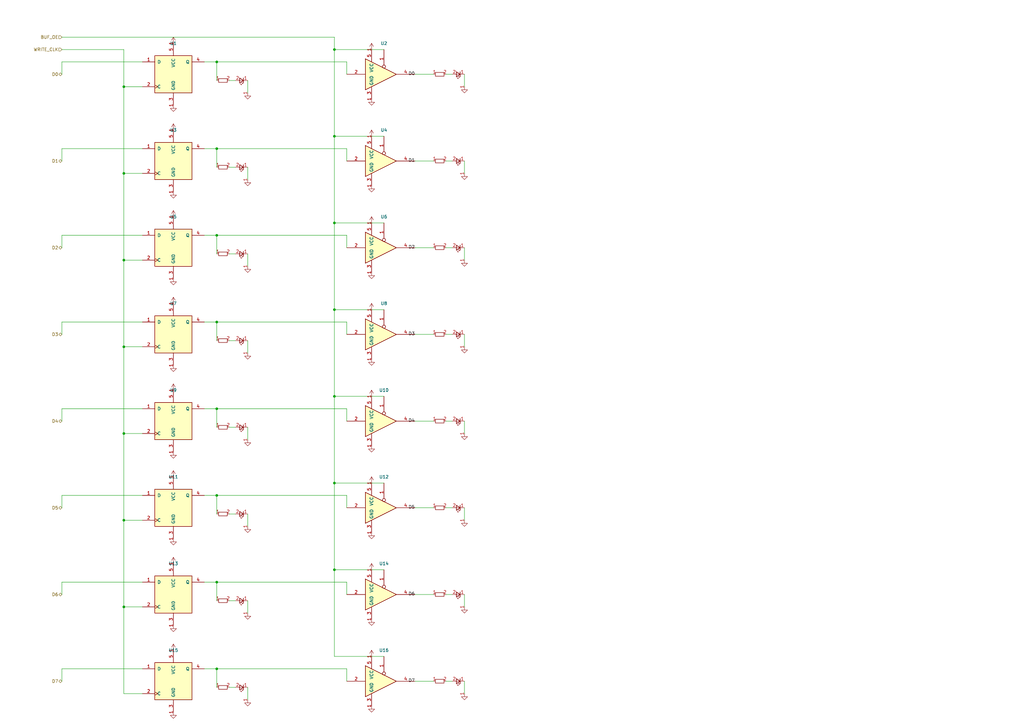
<source format=kicad_sch>
(kicad_sch (version 20250114) (generator eeschema)
  (paper "A3")
  (junction (at 88.9 25.4))
  (junction (at 88.9 60.96))
  (junction (at 88.9 96.52))
  (junction (at 88.9 132.08))
  (junction (at 88.9 167.64))
  (junction (at 88.9 203.2))
  (junction (at 88.9 238.76))
  (junction (at 88.9 274.32))
  (junction (at 50.8 35.56))
  (junction (at 50.8 71.12))
  (junction (at 50.8 106.68))
  (junction (at 50.8 142.24))
  (junction (at 50.8 177.8))
  (junction (at 50.8 213.36))
  (junction (at 50.8 248.92))
  (junction (at 137.16 20.32))
  (junction (at 137.16 55.88))
  (junction (at 137.16 91.44))
  (junction (at 137.16 127.0))
  (junction (at 137.16 162.56))
  (junction (at 137.16 198.12))
  (junction (at 137.16 233.68))
  (wire (pts (xy 25.4 20.32) (xy 50.8 20.32)) (stroke (width 0.0)))
  (wire (pts (xy 25.4 15.24) (xy 137.16 15.24)) (stroke (width 0.0)))
  (wire (pts (xy 25.4 30.48) (xy 25.4 25.4)) (stroke (width 0.0)))
  (wire (pts (xy 25.4 25.4) (xy 58.42 25.4)) (stroke (width 0.0)))
  (wire (pts (xy 50.8 35.56) (xy 58.42 35.56)) (stroke (width 0.0)))
  (wire (pts (xy 83.82 25.4) (xy 88.9 25.4)) (stroke (width 0.0)))
  (wire (pts (xy 88.9 25.4) (xy 142.24 25.4)) (stroke (width 0.0)))
  (wire (pts (xy 142.24 25.4) (xy 142.24 30.48)) (stroke (width 0.0)))
  (wire (pts (xy 93.98 33.02) (xy 96.52 33.02)) (stroke (width 0.0)))
  (wire (pts (xy 101.6 33.02) (xy 101.6 38.1)) (stroke (width 0.0)))
  (wire (pts (xy 88.9 25.4) (xy 88.9 33.02)) (stroke (width 0.0)))
  (wire (pts (xy 137.16 20.32) (xy 157.48 20.32)) (stroke (width 0.0)))
  (wire (pts (xy 182.88 30.48) (xy 185.42 30.48)) (stroke (width 0.0)))
  (wire (pts (xy 190.5 30.48) (xy 190.5 35.56)) (stroke (width 0.0)))
  (wire (pts (xy 170.18 30.48) (xy 177.8 30.48)) (stroke (width 0.0)))
  (wire (pts (xy 25.4 66.04) (xy 25.4 60.96)) (stroke (width 0.0)))
  (wire (pts (xy 25.4 60.96) (xy 58.42 60.96)) (stroke (width 0.0)))
  (wire (pts (xy 50.8 71.12) (xy 58.42 71.12)) (stroke (width 0.0)))
  (wire (pts (xy 83.82 60.96) (xy 88.9 60.96)) (stroke (width 0.0)))
  (wire (pts (xy 88.9 60.96) (xy 142.24 60.96)) (stroke (width 0.0)))
  (wire (pts (xy 142.24 60.96) (xy 142.24 66.04)) (stroke (width 0.0)))
  (wire (pts (xy 93.98 68.58) (xy 96.52 68.58)) (stroke (width 0.0)))
  (wire (pts (xy 101.6 68.58) (xy 101.6 73.66)) (stroke (width 0.0)))
  (wire (pts (xy 88.9 60.96) (xy 88.9 68.58)) (stroke (width 0.0)))
  (wire (pts (xy 137.16 55.88) (xy 157.48 55.88)) (stroke (width 0.0)))
  (wire (pts (xy 182.88 66.04) (xy 185.42 66.04)) (stroke (width 0.0)))
  (wire (pts (xy 190.5 66.04) (xy 190.5 71.12)) (stroke (width 0.0)))
  (wire (pts (xy 170.18 66.04) (xy 177.8 66.04)) (stroke (width 0.0)))
  (wire (pts (xy 25.4 101.6) (xy 25.4 96.52)) (stroke (width 0.0)))
  (wire (pts (xy 25.4 96.52) (xy 58.42 96.52)) (stroke (width 0.0)))
  (wire (pts (xy 50.8 106.68) (xy 58.42 106.68)) (stroke (width 0.0)))
  (wire (pts (xy 83.82 96.52) (xy 88.9 96.52)) (stroke (width 0.0)))
  (wire (pts (xy 88.9 96.52) (xy 142.24 96.52)) (stroke (width 0.0)))
  (wire (pts (xy 142.24 96.52) (xy 142.24 101.6)) (stroke (width 0.0)))
  (wire (pts (xy 93.98 104.14) (xy 96.52 104.14)) (stroke (width 0.0)))
  (wire (pts (xy 101.6 104.14) (xy 101.6 109.22)) (stroke (width 0.0)))
  (wire (pts (xy 88.9 96.52) (xy 88.9 104.14)) (stroke (width 0.0)))
  (wire (pts (xy 137.16 91.44) (xy 157.48 91.44)) (stroke (width 0.0)))
  (wire (pts (xy 182.88 101.6) (xy 185.42 101.6)) (stroke (width 0.0)))
  (wire (pts (xy 190.5 101.6) (xy 190.5 106.68)) (stroke (width 0.0)))
  (wire (pts (xy 170.18 101.6) (xy 177.8 101.6)) (stroke (width 0.0)))
  (wire (pts (xy 25.4 137.16) (xy 25.4 132.08)) (stroke (width 0.0)))
  (wire (pts (xy 25.4 132.08) (xy 58.42 132.08)) (stroke (width 0.0)))
  (wire (pts (xy 50.8 142.24) (xy 58.42 142.24)) (stroke (width 0.0)))
  (wire (pts (xy 83.82 132.08) (xy 88.9 132.08)) (stroke (width 0.0)))
  (wire (pts (xy 88.9 132.08) (xy 142.24 132.08)) (stroke (width 0.0)))
  (wire (pts (xy 142.24 132.08) (xy 142.24 137.16)) (stroke (width 0.0)))
  (wire (pts (xy 93.98 139.7) (xy 96.52 139.7)) (stroke (width 0.0)))
  (wire (pts (xy 101.6 139.7) (xy 101.6 144.78)) (stroke (width 0.0)))
  (wire (pts (xy 88.9 132.08) (xy 88.9 139.7)) (stroke (width 0.0)))
  (wire (pts (xy 137.16 127.0) (xy 157.48 127.0)) (stroke (width 0.0)))
  (wire (pts (xy 182.88 137.16) (xy 185.42 137.16)) (stroke (width 0.0)))
  (wire (pts (xy 190.5 137.16) (xy 190.5 142.24)) (stroke (width 0.0)))
  (wire (pts (xy 170.18 137.16) (xy 177.8 137.16)) (stroke (width 0.0)))
  (wire (pts (xy 25.4 172.72) (xy 25.4 167.64)) (stroke (width 0.0)))
  (wire (pts (xy 25.4 167.64) (xy 58.42 167.64)) (stroke (width 0.0)))
  (wire (pts (xy 50.8 177.8) (xy 58.42 177.8)) (stroke (width 0.0)))
  (wire (pts (xy 83.82 167.64) (xy 88.9 167.64)) (stroke (width 0.0)))
  (wire (pts (xy 88.9 167.64) (xy 142.24 167.64)) (stroke (width 0.0)))
  (wire (pts (xy 142.24 167.64) (xy 142.24 172.72)) (stroke (width 0.0)))
  (wire (pts (xy 93.98 175.26) (xy 96.52 175.26)) (stroke (width 0.0)))
  (wire (pts (xy 101.6 175.26) (xy 101.6 180.34)) (stroke (width 0.0)))
  (wire (pts (xy 88.9 167.64) (xy 88.9 175.26)) (stroke (width 0.0)))
  (wire (pts (xy 137.16 162.56) (xy 157.48 162.56)) (stroke (width 0.0)))
  (wire (pts (xy 182.88 172.72) (xy 185.42 172.72)) (stroke (width 0.0)))
  (wire (pts (xy 190.5 172.72) (xy 190.5 177.8)) (stroke (width 0.0)))
  (wire (pts (xy 170.18 172.72) (xy 177.8 172.72)) (stroke (width 0.0)))
  (wire (pts (xy 25.4 208.28) (xy 25.4 203.2)) (stroke (width 0.0)))
  (wire (pts (xy 25.4 203.2) (xy 58.42 203.2)) (stroke (width 0.0)))
  (wire (pts (xy 50.8 213.36) (xy 58.42 213.36)) (stroke (width 0.0)))
  (wire (pts (xy 83.82 203.2) (xy 88.9 203.2)) (stroke (width 0.0)))
  (wire (pts (xy 88.9 203.2) (xy 142.24 203.2)) (stroke (width 0.0)))
  (wire (pts (xy 142.24 203.2) (xy 142.24 208.28)) (stroke (width 0.0)))
  (wire (pts (xy 93.98 210.82) (xy 96.52 210.82)) (stroke (width 0.0)))
  (wire (pts (xy 101.6 210.82) (xy 101.6 215.9)) (stroke (width 0.0)))
  (wire (pts (xy 88.9 203.2) (xy 88.9 210.82)) (stroke (width 0.0)))
  (wire (pts (xy 137.16 198.12) (xy 157.48 198.12)) (stroke (width 0.0)))
  (wire (pts (xy 182.88 208.28) (xy 185.42 208.28)) (stroke (width 0.0)))
  (wire (pts (xy 190.5 208.28) (xy 190.5 213.36)) (stroke (width 0.0)))
  (wire (pts (xy 170.18 208.28) (xy 177.8 208.28)) (stroke (width 0.0)))
  (wire (pts (xy 25.4 243.84) (xy 25.4 238.76)) (stroke (width 0.0)))
  (wire (pts (xy 25.4 238.76) (xy 58.42 238.76)) (stroke (width 0.0)))
  (wire (pts (xy 50.8 248.92) (xy 58.42 248.92)) (stroke (width 0.0)))
  (wire (pts (xy 83.82 238.76) (xy 88.9 238.76)) (stroke (width 0.0)))
  (wire (pts (xy 88.9 238.76) (xy 142.24 238.76)) (stroke (width 0.0)))
  (wire (pts (xy 142.24 238.76) (xy 142.24 243.84)) (stroke (width 0.0)))
  (wire (pts (xy 93.98 246.38) (xy 96.52 246.38)) (stroke (width 0.0)))
  (wire (pts (xy 101.6 246.38) (xy 101.6 251.46)) (stroke (width 0.0)))
  (wire (pts (xy 88.9 238.76) (xy 88.9 246.38)) (stroke (width 0.0)))
  (wire (pts (xy 137.16 233.68) (xy 157.48 233.68)) (stroke (width 0.0)))
  (wire (pts (xy 182.88 243.84) (xy 185.42 243.84)) (stroke (width 0.0)))
  (wire (pts (xy 190.5 243.84) (xy 190.5 248.92)) (stroke (width 0.0)))
  (wire (pts (xy 170.18 243.84) (xy 177.8 243.84)) (stroke (width 0.0)))
  (wire (pts (xy 25.4 279.4) (xy 25.4 274.32)) (stroke (width 0.0)))
  (wire (pts (xy 25.4 274.32) (xy 58.42 274.32)) (stroke (width 0.0)))
  (wire (pts (xy 50.8 284.48) (xy 58.42 284.48)) (stroke (width 0.0)))
  (wire (pts (xy 83.82 274.32) (xy 88.9 274.32)) (stroke (width 0.0)))
  (wire (pts (xy 88.9 274.32) (xy 142.24 274.32)) (stroke (width 0.0)))
  (wire (pts (xy 142.24 274.32) (xy 142.24 279.4)) (stroke (width 0.0)))
  (wire (pts (xy 93.98 281.94) (xy 96.52 281.94)) (stroke (width 0.0)))
  (wire (pts (xy 101.6 281.94) (xy 101.6 287.02)) (stroke (width 0.0)))
  (wire (pts (xy 88.9 274.32) (xy 88.9 281.94)) (stroke (width 0.0)))
  (wire (pts (xy 137.16 269.24) (xy 157.48 269.24)) (stroke (width 0.0)))
  (wire (pts (xy 182.88 279.4) (xy 185.42 279.4)) (stroke (width 0.0)))
  (wire (pts (xy 190.5 279.4) (xy 190.5 284.48)) (stroke (width 0.0)))
  (wire (pts (xy 170.18 279.4) (xy 177.8 279.4)) (stroke (width 0.0)))
  (wire (pts (xy 50.8 20.32) (xy 50.8 35.56)) (stroke (width 0.0)))
  (wire (pts (xy 50.8 35.56) (xy 50.8 71.12)) (stroke (width 0.0)))
  (wire (pts (xy 50.8 71.12) (xy 50.8 106.68)) (stroke (width 0.0)))
  (wire (pts (xy 50.8 106.68) (xy 50.8 142.24)) (stroke (width 0.0)))
  (wire (pts (xy 50.8 142.24) (xy 50.8 177.8)) (stroke (width 0.0)))
  (wire (pts (xy 50.8 177.8) (xy 50.8 213.36)) (stroke (width 0.0)))
  (wire (pts (xy 50.8 213.36) (xy 50.8 248.92)) (stroke (width 0.0)))
  (wire (pts (xy 50.8 248.92) (xy 50.8 284.48)) (stroke (width 0.0)))
  (wire (pts (xy 137.16 15.24) (xy 137.16 20.32)) (stroke (width 0.0)))
  (wire (pts (xy 137.16 20.32) (xy 137.16 55.88)) (stroke (width 0.0)))
  (wire (pts (xy 137.16 55.88) (xy 137.16 91.44)) (stroke (width 0.0)))
  (wire (pts (xy 137.16 91.44) (xy 137.16 127.0)) (stroke (width 0.0)))
  (wire (pts (xy 137.16 127.0) (xy 137.16 162.56)) (stroke (width 0.0)))
  (wire (pts (xy 137.16 162.56) (xy 137.16 198.12)) (stroke (width 0.0)))
  (wire (pts (xy 137.16 198.12) (xy 137.16 233.68)) (stroke (width 0.0)))
  (wire (pts (xy 137.16 233.68) (xy 137.16 269.24)) (stroke (width 0.0)))
  (label "D0" (at 170.18 30.48 0))
  (label "D1" (at 170.18 66.04 0))
  (label "D2" (at 170.18 101.6 0))
  (label "D3" (at 170.18 137.16 0))
  (label "D4" (at 170.18 172.72 0))
  (label "D5" (at 170.18 208.28 0))
  (label "D6" (at 170.18 243.84 0))
  (label "D7" (at 170.18 279.4 0))
  (hierarchical_label "WRITE_CLK" (shape input) (at 25.4 20.32 0))
  (hierarchical_label "BUF_OE" (shape input) (at 25.4 15.24 0))
  (hierarchical_label "D0" (shape bidirectional) (at 25.4 30.48 0))
  (hierarchical_label "D1" (shape bidirectional) (at 25.4 66.04 0))
  (hierarchical_label "D2" (shape bidirectional) (at 25.4 101.6 0))
  (hierarchical_label "D3" (shape bidirectional) (at 25.4 137.16 0))
  (hierarchical_label "D4" (shape bidirectional) (at 25.4 172.72 0))
  (hierarchical_label "D5" (shape bidirectional) (at 25.4 208.28 0))
  (hierarchical_label "D6" (shape bidirectional) (at 25.4 243.84 0))
  (hierarchical_label "D7" (shape bidirectional) (at 25.4 279.4 0))
  (symbol (lib_id "74xGxx:74LVC1G79") (at 71.12 30.48 0) (unit 1)
    (property "Reference" "U1" (at 71.12 17.78 0))
    (property "Value" "74LVC1G79" (effects hide))
    (property "Datasheet" "http://www.ti.com/lit/sg/scyt129e/scyt129e.pdf" (effects hide))
    (instances (project "ram" (path "" (reference "U1") (unit 1)) (path "" (reference "U34") (unit 1)) (path "" (reference "U35") (unit 1)) (path "" (reference "U36") (unit 1)) (path "" (reference "U37") (unit 1)) (path "" (reference "U38") (unit 1)) (path "" (reference "U39") (unit 1)) (path "" (reference "U40") (unit 1)) (path "" (reference "U41") (unit 1))))
  )
  (symbol (lib_id "power:VCC") (at 71.12 17.78 0) (unit 1)
    (property "Reference" "#PWR1" (effects hide))
    (property "Value" "VCC" (effects hide))
    (instances (project "ram" (path "" (reference "#PWR1") (unit 1)) (path "" (reference "#PWR116") (unit 1)) (path "" (reference "#PWR117") (unit 1)) (path "" (reference "#PWR118") (unit 1)) (path "" (reference "#PWR119") (unit 1)) (path "" (reference "#PWR120") (unit 1)) (path "" (reference "#PWR121") (unit 1)) (path "" (reference "#PWR122") (unit 1)) (path "" (reference "#PWR123") (unit 1))))
  )
  (symbol (lib_id "power:GND") (at 71.12 43.18 0) (unit 1)
    (property "Reference" "#PWR2" (effects hide))
    (property "Value" "GND" (effects hide))
    (instances (project "ram" (path "" (reference "#PWR2") (unit 1)) (path "" (reference "#PWR124") (unit 1)) (path "" (reference "#PWR125") (unit 1)) (path "" (reference "#PWR126") (unit 1)) (path "" (reference "#PWR127") (unit 1)) (path "" (reference "#PWR128") (unit 1)) (path "" (reference "#PWR129") (unit 1)) (path "" (reference "#PWR130") (unit 1)) (path "" (reference "#PWR131") (unit 1))))
  )
  (symbol (lib_id "74xGxx:74LVC1G125") (at 157.48 30.48 0) (unit 1)
    (property "Reference" "U2" (at 157.48 17.78 0))
    (property "Value" "74LVC1G125" (effects hide))
    (property "Datasheet" "https://www.ti.com/lit/ds/symlink/sn74lvc1g125.pdf" (effects hide))
    (instances (project "ram" (path "" (reference "U2") (unit 1)) (path "" (reference "U42") (unit 1)) (path "" (reference "U43") (unit 1)) (path "" (reference "U44") (unit 1)) (path "" (reference "U45") (unit 1)) (path "" (reference "U46") (unit 1)) (path "" (reference "U47") (unit 1)) (path "" (reference "U48") (unit 1)) (path "" (reference "U49") (unit 1))))
  )
  (symbol (lib_id "power:VCC") (at 152.4 20.32 0) (unit 1)
    (property "Reference" "#PWR3" (effects hide))
    (property "Value" "VCC" (effects hide))
    (instances (project "ram" (path "" (reference "#PWR3") (unit 1)) (path "" (reference "#PWR132") (unit 1)) (path "" (reference "#PWR133") (unit 1)) (path "" (reference "#PWR134") (unit 1)) (path "" (reference "#PWR135") (unit 1)) (path "" (reference "#PWR136") (unit 1)) (path "" (reference "#PWR137") (unit 1)) (path "" (reference "#PWR138") (unit 1)) (path "" (reference "#PWR139") (unit 1))))
  )
  (symbol (lib_id "power:GND") (at 152.4 40.64 0) (unit 1)
    (property "Reference" "#PWR4" (effects hide))
    (property "Value" "GND" (effects hide))
    (instances (project "ram" (path "" (reference "#PWR4") (unit 1)) (path "" (reference "#PWR140") (unit 1)) (path "" (reference "#PWR141") (unit 1)) (path "" (reference "#PWR142") (unit 1)) (path "" (reference "#PWR143") (unit 1)) (path "" (reference "#PWR144") (unit 1)) (path "" (reference "#PWR145") (unit 1)) (path "" (reference "#PWR146") (unit 1)) (path "" (reference "#PWR147") (unit 1))))
  )
  (symbol (lib_id "Device:R_Small") (at 91.44 33.02 90) (unit 1)
    (property "Reference" "R1" (effects hide))
    (property "Value" "680R" (effects hide))
    (instances (project "ram" (path "" (reference "R1") (unit 1)) (path "" (reference "R48") (unit 1)) (path "" (reference "R49") (unit 1)) (path "" (reference "R50") (unit 1)) (path "" (reference "R51") (unit 1)) (path "" (reference "R52") (unit 1)) (path "" (reference "R53") (unit 1)) (path "" (reference "R54") (unit 1)) (path "" (reference "R55") (unit 1))))
  )
  (symbol (lib_id "Device:LED_Small") (at 99.06 33.02 180) (unit 1)
    (property "Reference" "D1" (effects hide))
    (property "Value" "Red" (effects hide))
    (instances (project "ram" (path "" (reference "D1") (unit 1)) (path "" (reference "D48") (unit 1)) (path "" (reference "D49") (unit 1)) (path "" (reference "D50") (unit 1)) (path "" (reference "D51") (unit 1)) (path "" (reference "D52") (unit 1)) (path "" (reference "D53") (unit 1)) (path "" (reference "D54") (unit 1)) (path "" (reference "D55") (unit 1))))
  )
  (symbol (lib_id "power:GND") (at 101.6 38.1 0) (unit 1)
    (property "Reference" "#PWR5" (effects hide))
    (property "Value" "GND" (effects hide))
    (instances (project "ram" (path "" (reference "#PWR5") (unit 1)) (path "" (reference "#PWR148") (unit 1)) (path "" (reference "#PWR149") (unit 1)) (path "" (reference "#PWR150") (unit 1)) (path "" (reference "#PWR151") (unit 1)) (path "" (reference "#PWR152") (unit 1)) (path "" (reference "#PWR153") (unit 1)) (path "" (reference "#PWR154") (unit 1)) (path "" (reference "#PWR155") (unit 1))))
  )
  (symbol (lib_id "Device:R_Small") (at 180.34 30.48 90) (unit 1)
    (property "Reference" "R2" (effects hide))
    (property "Value" "680R" (effects hide))
    (instances (project "ram" (path "" (reference "R2") (unit 1)) (path "" (reference "R56") (unit 1)) (path "" (reference "R57") (unit 1)) (path "" (reference "R58") (unit 1)) (path "" (reference "R59") (unit 1)) (path "" (reference "R60") (unit 1)) (path "" (reference "R61") (unit 1)) (path "" (reference "R62") (unit 1)) (path "" (reference "R63") (unit 1))))
  )
  (symbol (lib_id "Device:LED_Small") (at 187.96 30.48 180) (unit 1)
    (property "Reference" "D2" (effects hide))
    (property "Value" "Red" (effects hide))
    (instances (project "ram" (path "" (reference "D2") (unit 1)) (path "" (reference "D56") (unit 1)) (path "" (reference "D57") (unit 1)) (path "" (reference "D58") (unit 1)) (path "" (reference "D59") (unit 1)) (path "" (reference "D60") (unit 1)) (path "" (reference "D61") (unit 1)) (path "" (reference "D62") (unit 1)) (path "" (reference "D63") (unit 1))))
  )
  (symbol (lib_id "power:GND") (at 190.5 35.56 0) (unit 1)
    (property "Reference" "#PWR6" (effects hide))
    (property "Value" "GND" (effects hide))
    (instances (project "ram" (path "" (reference "#PWR6") (unit 1)) (path "" (reference "#PWR156") (unit 1)) (path "" (reference "#PWR157") (unit 1)) (path "" (reference "#PWR158") (unit 1)) (path "" (reference "#PWR159") (unit 1)) (path "" (reference "#PWR160") (unit 1)) (path "" (reference "#PWR161") (unit 1)) (path "" (reference "#PWR162") (unit 1)) (path "" (reference "#PWR163") (unit 1))))
  )
  (symbol (lib_id "74xGxx:74LVC1G79") (at 71.12 66.04 0) (unit 1)
    (property "Reference" "U3" (at 71.12 53.34 0))
    (property "Value" "74LVC1G79" (effects hide))
    (property "Datasheet" "http://www.ti.com/lit/sg/scyt129e/scyt129e.pdf" (effects hide))
    (instances (project "ram" (path "" (reference "U3") (unit 1)) (path "" (reference "U50") (unit 1)) (path "" (reference "U51") (unit 1)) (path "" (reference "U52") (unit 1)) (path "" (reference "U53") (unit 1)) (path "" (reference "U54") (unit 1)) (path "" (reference "U55") (unit 1)) (path "" (reference "U56") (unit 1)) (path "" (reference "U57") (unit 1))))
  )
  (symbol (lib_id "power:VCC") (at 71.12 53.34 0) (unit 1)
    (property "Reference" "#PWR7" (effects hide))
    (property "Value" "VCC" (effects hide))
    (instances (project "ram" (path "" (reference "#PWR7") (unit 1)) (path "" (reference "#PWR164") (unit 1)) (path "" (reference "#PWR165") (unit 1)) (path "" (reference "#PWR166") (unit 1)) (path "" (reference "#PWR167") (unit 1)) (path "" (reference "#PWR168") (unit 1)) (path "" (reference "#PWR169") (unit 1)) (path "" (reference "#PWR170") (unit 1)) (path "" (reference "#PWR171") (unit 1))))
  )
  (symbol (lib_id "power:GND") (at 71.12 78.74 0) (unit 1)
    (property "Reference" "#PWR8" (effects hide))
    (property "Value" "GND" (effects hide))
    (instances (project "ram" (path "" (reference "#PWR8") (unit 1)) (path "" (reference "#PWR172") (unit 1)) (path "" (reference "#PWR173") (unit 1)) (path "" (reference "#PWR174") (unit 1)) (path "" (reference "#PWR175") (unit 1)) (path "" (reference "#PWR176") (unit 1)) (path "" (reference "#PWR177") (unit 1)) (path "" (reference "#PWR178") (unit 1)) (path "" (reference "#PWR179") (unit 1))))
  )
  (symbol (lib_id "74xGxx:74LVC1G125") (at 157.48 66.04 0) (unit 1)
    (property "Reference" "U4" (at 157.48 53.34 0))
    (property "Value" "74LVC1G125" (effects hide))
    (property "Datasheet" "https://www.ti.com/lit/ds/symlink/sn74lvc1g125.pdf" (effects hide))
    (instances (project "ram" (path "" (reference "U4") (unit 1)) (path "" (reference "U58") (unit 1)) (path "" (reference "U59") (unit 1)) (path "" (reference "U60") (unit 1)) (path "" (reference "U61") (unit 1)) (path "" (reference "U62") (unit 1)) (path "" (reference "U63") (unit 1)) (path "" (reference "U64") (unit 1)) (path "" (reference "U65") (unit 1))))
  )
  (symbol (lib_id "power:VCC") (at 152.4 55.88 0) (unit 1)
    (property "Reference" "#PWR9" (effects hide))
    (property "Value" "VCC" (effects hide))
    (instances (project "ram" (path "" (reference "#PWR9") (unit 1)) (path "" (reference "#PWR180") (unit 1)) (path "" (reference "#PWR181") (unit 1)) (path "" (reference "#PWR182") (unit 1)) (path "" (reference "#PWR183") (unit 1)) (path "" (reference "#PWR184") (unit 1)) (path "" (reference "#PWR185") (unit 1)) (path "" (reference "#PWR186") (unit 1)) (path "" (reference "#PWR187") (unit 1))))
  )
  (symbol (lib_id "power:GND") (at 152.4 76.2 0) (unit 1)
    (property "Reference" "#PWR10" (effects hide))
    (property "Value" "GND" (effects hide))
    (instances (project "ram" (path "" (reference "#PWR10") (unit 1)) (path "" (reference "#PWR188") (unit 1)) (path "" (reference "#PWR189") (unit 1)) (path "" (reference "#PWR190") (unit 1)) (path "" (reference "#PWR191") (unit 1)) (path "" (reference "#PWR192") (unit 1)) (path "" (reference "#PWR193") (unit 1)) (path "" (reference "#PWR194") (unit 1)) (path "" (reference "#PWR195") (unit 1))))
  )
  (symbol (lib_id "Device:R_Small") (at 91.44 68.58 90) (unit 1)
    (property "Reference" "R3" (effects hide))
    (property "Value" "680R" (effects hide))
    (instances (project "ram" (path "" (reference "R3") (unit 1)) (path "" (reference "R64") (unit 1)) (path "" (reference "R65") (unit 1)) (path "" (reference "R66") (unit 1)) (path "" (reference "R67") (unit 1)) (path "" (reference "R68") (unit 1)) (path "" (reference "R69") (unit 1)) (path "" (reference "R70") (unit 1)) (path "" (reference "R71") (unit 1))))
  )
  (symbol (lib_id "Device:LED_Small") (at 99.06 68.58 180) (unit 1)
    (property "Reference" "D3" (effects hide))
    (property "Value" "Red" (effects hide))
    (instances (project "ram" (path "" (reference "D3") (unit 1)) (path "" (reference "D64") (unit 1)) (path "" (reference "D65") (unit 1)) (path "" (reference "D66") (unit 1)) (path "" (reference "D67") (unit 1)) (path "" (reference "D68") (unit 1)) (path "" (reference "D69") (unit 1)) (path "" (reference "D70") (unit 1)) (path "" (reference "D71") (unit 1))))
  )
  (symbol (lib_id "power:GND") (at 101.6 73.66 0) (unit 1)
    (property "Reference" "#PWR11" (effects hide))
    (property "Value" "GND" (effects hide))
    (instances (project "ram" (path "" (reference "#PWR11") (unit 1)) (path "" (reference "#PWR196") (unit 1)) (path "" (reference "#PWR197") (unit 1)) (path "" (reference "#PWR198") (unit 1)) (path "" (reference "#PWR199") (unit 1)) (path "" (reference "#PWR200") (unit 1)) (path "" (reference "#PWR201") (unit 1)) (path "" (reference "#PWR202") (unit 1)) (path "" (reference "#PWR203") (unit 1))))
  )
  (symbol (lib_id "Device:R_Small") (at 180.34 66.04 90) (unit 1)
    (property "Reference" "R4" (effects hide))
    (property "Value" "680R" (effects hide))
    (instances (project "ram" (path "" (reference "R4") (unit 1)) (path "" (reference "R72") (unit 1)) (path "" (reference "R73") (unit 1)) (path "" (reference "R74") (unit 1)) (path "" (reference "R75") (unit 1)) (path "" (reference "R76") (unit 1)) (path "" (reference "R77") (unit 1)) (path "" (reference "R78") (unit 1)) (path "" (reference "R79") (unit 1))))
  )
  (symbol (lib_id "Device:LED_Small") (at 187.96 66.04 180) (unit 1)
    (property "Reference" "D4" (effects hide))
    (property "Value" "Red" (effects hide))
    (instances (project "ram" (path "" (reference "D4") (unit 1)) (path "" (reference "D72") (unit 1)) (path "" (reference "D73") (unit 1)) (path "" (reference "D74") (unit 1)) (path "" (reference "D75") (unit 1)) (path "" (reference "D76") (unit 1)) (path "" (reference "D77") (unit 1)) (path "" (reference "D78") (unit 1)) (path "" (reference "D79") (unit 1))))
  )
  (symbol (lib_id "power:GND") (at 190.5 71.12 0) (unit 1)
    (property "Reference" "#PWR12" (effects hide))
    (property "Value" "GND" (effects hide))
    (instances (project "ram" (path "" (reference "#PWR12") (unit 1)) (path "" (reference "#PWR204") (unit 1)) (path "" (reference "#PWR205") (unit 1)) (path "" (reference "#PWR206") (unit 1)) (path "" (reference "#PWR207") (unit 1)) (path "" (reference "#PWR208") (unit 1)) (path "" (reference "#PWR209") (unit 1)) (path "" (reference "#PWR210") (unit 1)) (path "" (reference "#PWR211") (unit 1))))
  )
  (symbol (lib_id "74xGxx:74LVC1G79") (at 71.12 101.6 0) (unit 1)
    (property "Reference" "U5" (at 71.12 88.89999999999999 0))
    (property "Value" "74LVC1G79" (effects hide))
    (property "Datasheet" "http://www.ti.com/lit/sg/scyt129e/scyt129e.pdf" (effects hide))
    (instances (project "ram" (path "" (reference "U5") (unit 1)) (path "" (reference "U66") (unit 1)) (path "" (reference "U67") (unit 1)) (path "" (reference "U68") (unit 1)) (path "" (reference "U69") (unit 1)) (path "" (reference "U70") (unit 1)) (path "" (reference "U71") (unit 1)) (path "" (reference "U72") (unit 1)) (path "" (reference "U73") (unit 1))))
  )
  (symbol (lib_id "power:VCC") (at 71.12 88.9 0) (unit 1)
    (property "Reference" "#PWR13" (effects hide))
    (property "Value" "VCC" (effects hide))
    (instances (project "ram" (path "" (reference "#PWR13") (unit 1)) (path "" (reference "#PWR212") (unit 1)) (path "" (reference "#PWR213") (unit 1)) (path "" (reference "#PWR214") (unit 1)) (path "" (reference "#PWR215") (unit 1)) (path "" (reference "#PWR216") (unit 1)) (path "" (reference "#PWR217") (unit 1)) (path "" (reference "#PWR218") (unit 1)) (path "" (reference "#PWR219") (unit 1))))
  )
  (symbol (lib_id "power:GND") (at 71.12 114.3 0) (unit 1)
    (property "Reference" "#PWR14" (effects hide))
    (property "Value" "GND" (effects hide))
    (instances (project "ram" (path "" (reference "#PWR14") (unit 1)) (path "" (reference "#PWR220") (unit 1)) (path "" (reference "#PWR221") (unit 1)) (path "" (reference "#PWR222") (unit 1)) (path "" (reference "#PWR223") (unit 1)) (path "" (reference "#PWR224") (unit 1)) (path "" (reference "#PWR225") (unit 1)) (path "" (reference "#PWR226") (unit 1)) (path "" (reference "#PWR227") (unit 1))))
  )
  (symbol (lib_id "74xGxx:74LVC1G125") (at 157.48 101.6 0) (unit 1)
    (property "Reference" "U6" (at 157.48 88.89999999999999 0))
    (property "Value" "74LVC1G125" (effects hide))
    (property "Datasheet" "https://www.ti.com/lit/ds/symlink/sn74lvc1g125.pdf" (effects hide))
    (instances (project "ram" (path "" (reference "U6") (unit 1)) (path "" (reference "U74") (unit 1)) (path "" (reference "U75") (unit 1)) (path "" (reference "U76") (unit 1)) (path "" (reference "U77") (unit 1)) (path "" (reference "U78") (unit 1)) (path "" (reference "U79") (unit 1)) (path "" (reference "U80") (unit 1)) (path "" (reference "U81") (unit 1))))
  )
  (symbol (lib_id "power:VCC") (at 152.4 91.44 0) (unit 1)
    (property "Reference" "#PWR15" (effects hide))
    (property "Value" "VCC" (effects hide))
    (instances (project "ram" (path "" (reference "#PWR15") (unit 1)) (path "" (reference "#PWR228") (unit 1)) (path "" (reference "#PWR229") (unit 1)) (path "" (reference "#PWR230") (unit 1)) (path "" (reference "#PWR231") (unit 1)) (path "" (reference "#PWR232") (unit 1)) (path "" (reference "#PWR233") (unit 1)) (path "" (reference "#PWR234") (unit 1)) (path "" (reference "#PWR235") (unit 1))))
  )
  (symbol (lib_id "power:GND") (at 152.4 111.76 0) (unit 1)
    (property "Reference" "#PWR16" (effects hide))
    (property "Value" "GND" (effects hide))
    (instances (project "ram" (path "" (reference "#PWR16") (unit 1)) (path "" (reference "#PWR236") (unit 1)) (path "" (reference "#PWR237") (unit 1)) (path "" (reference "#PWR238") (unit 1)) (path "" (reference "#PWR239") (unit 1)) (path "" (reference "#PWR240") (unit 1)) (path "" (reference "#PWR241") (unit 1)) (path "" (reference "#PWR242") (unit 1)) (path "" (reference "#PWR243") (unit 1))))
  )
  (symbol (lib_id "Device:R_Small") (at 91.44 104.14 90) (unit 1)
    (property "Reference" "R5" (effects hide))
    (property "Value" "680R" (effects hide))
    (instances (project "ram" (path "" (reference "R5") (unit 1)) (path "" (reference "R80") (unit 1)) (path "" (reference "R81") (unit 1)) (path "" (reference "R82") (unit 1)) (path "" (reference "R83") (unit 1)) (path "" (reference "R84") (unit 1)) (path "" (reference "R85") (unit 1)) (path "" (reference "R86") (unit 1)) (path "" (reference "R87") (unit 1))))
  )
  (symbol (lib_id "Device:LED_Small") (at 99.06 104.14 180) (unit 1)
    (property "Reference" "D5" (effects hide))
    (property "Value" "Red" (effects hide))
    (instances (project "ram" (path "" (reference "D5") (unit 1)) (path "" (reference "D80") (unit 1)) (path "" (reference "D81") (unit 1)) (path "" (reference "D82") (unit 1)) (path "" (reference "D83") (unit 1)) (path "" (reference "D84") (unit 1)) (path "" (reference "D85") (unit 1)) (path "" (reference "D86") (unit 1)) (path "" (reference "D87") (unit 1))))
  )
  (symbol (lib_id "power:GND") (at 101.6 109.22 0) (unit 1)
    (property "Reference" "#PWR17" (effects hide))
    (property "Value" "GND" (effects hide))
    (instances (project "ram" (path "" (reference "#PWR17") (unit 1)) (path "" (reference "#PWR244") (unit 1)) (path "" (reference "#PWR245") (unit 1)) (path "" (reference "#PWR246") (unit 1)) (path "" (reference "#PWR247") (unit 1)) (path "" (reference "#PWR248") (unit 1)) (path "" (reference "#PWR249") (unit 1)) (path "" (reference "#PWR250") (unit 1)) (path "" (reference "#PWR251") (unit 1))))
  )
  (symbol (lib_id "Device:R_Small") (at 180.34 101.6 90) (unit 1)
    (property "Reference" "R6" (effects hide))
    (property "Value" "680R" (effects hide))
    (instances (project "ram" (path "" (reference "R6") (unit 1)) (path "" (reference "R88") (unit 1)) (path "" (reference "R89") (unit 1)) (path "" (reference "R90") (unit 1)) (path "" (reference "R91") (unit 1)) (path "" (reference "R92") (unit 1)) (path "" (reference "R93") (unit 1)) (path "" (reference "R94") (unit 1)) (path "" (reference "R95") (unit 1))))
  )
  (symbol (lib_id "Device:LED_Small") (at 187.96 101.6 180) (unit 1)
    (property "Reference" "D6" (effects hide))
    (property "Value" "Red" (effects hide))
    (instances (project "ram" (path "" (reference "D6") (unit 1)) (path "" (reference "D88") (unit 1)) (path "" (reference "D89") (unit 1)) (path "" (reference "D90") (unit 1)) (path "" (reference "D91") (unit 1)) (path "" (reference "D92") (unit 1)) (path "" (reference "D93") (unit 1)) (path "" (reference "D94") (unit 1)) (path "" (reference "D95") (unit 1))))
  )
  (symbol (lib_id "power:GND") (at 190.5 106.68 0) (unit 1)
    (property "Reference" "#PWR18" (effects hide))
    (property "Value" "GND" (effects hide))
    (instances (project "ram" (path "" (reference "#PWR18") (unit 1)) (path "" (reference "#PWR252") (unit 1)) (path "" (reference "#PWR253") (unit 1)) (path "" (reference "#PWR254") (unit 1)) (path "" (reference "#PWR255") (unit 1)) (path "" (reference "#PWR256") (unit 1)) (path "" (reference "#PWR257") (unit 1)) (path "" (reference "#PWR258") (unit 1)) (path "" (reference "#PWR259") (unit 1))))
  )
  (symbol (lib_id "74xGxx:74LVC1G79") (at 71.12 137.16 0) (unit 1)
    (property "Reference" "U7" (at 71.12 124.46 0))
    (property "Value" "74LVC1G79" (effects hide))
    (property "Datasheet" "http://www.ti.com/lit/sg/scyt129e/scyt129e.pdf" (effects hide))
    (instances (project "ram" (path "" (reference "U7") (unit 1)) (path "" (reference "U82") (unit 1)) (path "" (reference "U83") (unit 1)) (path "" (reference "U84") (unit 1)) (path "" (reference "U85") (unit 1)) (path "" (reference "U86") (unit 1)) (path "" (reference "U87") (unit 1)) (path "" (reference "U88") (unit 1)) (path "" (reference "U89") (unit 1))))
  )
  (symbol (lib_id "power:VCC") (at 71.12 124.46 0) (unit 1)
    (property "Reference" "#PWR19" (effects hide))
    (property "Value" "VCC" (effects hide))
    (instances (project "ram" (path "" (reference "#PWR19") (unit 1)) (path "" (reference "#PWR260") (unit 1)) (path "" (reference "#PWR261") (unit 1)) (path "" (reference "#PWR262") (unit 1)) (path "" (reference "#PWR263") (unit 1)) (path "" (reference "#PWR264") (unit 1)) (path "" (reference "#PWR265") (unit 1)) (path "" (reference "#PWR266") (unit 1)) (path "" (reference "#PWR267") (unit 1))))
  )
  (symbol (lib_id "power:GND") (at 71.12 149.86 0) (unit 1)
    (property "Reference" "#PWR20" (effects hide))
    (property "Value" "GND" (effects hide))
    (instances (project "ram" (path "" (reference "#PWR20") (unit 1)) (path "" (reference "#PWR268") (unit 1)) (path "" (reference "#PWR269") (unit 1)) (path "" (reference "#PWR270") (unit 1)) (path "" (reference "#PWR271") (unit 1)) (path "" (reference "#PWR272") (unit 1)) (path "" (reference "#PWR273") (unit 1)) (path "" (reference "#PWR274") (unit 1)) (path "" (reference "#PWR275") (unit 1))))
  )
  (symbol (lib_id "74xGxx:74LVC1G125") (at 157.48 137.16 0) (unit 1)
    (property "Reference" "U8" (at 157.48 124.46 0))
    (property "Value" "74LVC1G125" (effects hide))
    (property "Datasheet" "https://www.ti.com/lit/ds/symlink/sn74lvc1g125.pdf" (effects hide))
    (instances (project "ram" (path "" (reference "U8") (unit 1)) (path "" (reference "U90") (unit 1)) (path "" (reference "U91") (unit 1)) (path "" (reference "U92") (unit 1)) (path "" (reference "U93") (unit 1)) (path "" (reference "U94") (unit 1)) (path "" (reference "U95") (unit 1)) (path "" (reference "U96") (unit 1)) (path "" (reference "U97") (unit 1))))
  )
  (symbol (lib_id "power:VCC") (at 152.4 127.0 0) (unit 1)
    (property "Reference" "#PWR21" (effects hide))
    (property "Value" "VCC" (effects hide))
    (instances (project "ram" (path "" (reference "#PWR21") (unit 1)) (path "" (reference "#PWR276") (unit 1)) (path "" (reference "#PWR277") (unit 1)) (path "" (reference "#PWR278") (unit 1)) (path "" (reference "#PWR279") (unit 1)) (path "" (reference "#PWR280") (unit 1)) (path "" (reference "#PWR281") (unit 1)) (path "" (reference "#PWR282") (unit 1)) (path "" (reference "#PWR283") (unit 1))))
  )
  (symbol (lib_id "power:GND") (at 152.4 147.32 0) (unit 1)
    (property "Reference" "#PWR22" (effects hide))
    (property "Value" "GND" (effects hide))
    (instances (project "ram" (path "" (reference "#PWR22") (unit 1)) (path "" (reference "#PWR284") (unit 1)) (path "" (reference "#PWR285") (unit 1)) (path "" (reference "#PWR286") (unit 1)) (path "" (reference "#PWR287") (unit 1)) (path "" (reference "#PWR288") (unit 1)) (path "" (reference "#PWR289") (unit 1)) (path "" (reference "#PWR290") (unit 1)) (path "" (reference "#PWR291") (unit 1))))
  )
  (symbol (lib_id "Device:R_Small") (at 91.44 139.7 90) (unit 1)
    (property "Reference" "R7" (effects hide))
    (property "Value" "680R" (effects hide))
    (instances (project "ram" (path "" (reference "R7") (unit 1)) (path "" (reference "R96") (unit 1)) (path "" (reference "R97") (unit 1)) (path "" (reference "R98") (unit 1)) (path "" (reference "R99") (unit 1)) (path "" (reference "R100") (unit 1)) (path "" (reference "R101") (unit 1)) (path "" (reference "R102") (unit 1)) (path "" (reference "R103") (unit 1))))
  )
  (symbol (lib_id "Device:LED_Small") (at 99.06 139.7 180) (unit 1)
    (property "Reference" "D7" (effects hide))
    (property "Value" "Red" (effects hide))
    (instances (project "ram" (path "" (reference "D7") (unit 1)) (path "" (reference "D96") (unit 1)) (path "" (reference "D97") (unit 1)) (path "" (reference "D98") (unit 1)) (path "" (reference "D99") (unit 1)) (path "" (reference "D100") (unit 1)) (path "" (reference "D101") (unit 1)) (path "" (reference "D102") (unit 1)) (path "" (reference "D103") (unit 1))))
  )
  (symbol (lib_id "power:GND") (at 101.6 144.78 0) (unit 1)
    (property "Reference" "#PWR23" (effects hide))
    (property "Value" "GND" (effects hide))
    (instances (project "ram" (path "" (reference "#PWR23") (unit 1)) (path "" (reference "#PWR292") (unit 1)) (path "" (reference "#PWR293") (unit 1)) (path "" (reference "#PWR294") (unit 1)) (path "" (reference "#PWR295") (unit 1)) (path "" (reference "#PWR296") (unit 1)) (path "" (reference "#PWR297") (unit 1)) (path "" (reference "#PWR298") (unit 1)) (path "" (reference "#PWR299") (unit 1))))
  )
  (symbol (lib_id "Device:R_Small") (at 180.34 137.16 90) (unit 1)
    (property "Reference" "R8" (effects hide))
    (property "Value" "680R" (effects hide))
    (instances (project "ram" (path "" (reference "R8") (unit 1)) (path "" (reference "R104") (unit 1)) (path "" (reference "R105") (unit 1)) (path "" (reference "R106") (unit 1)) (path "" (reference "R107") (unit 1)) (path "" (reference "R108") (unit 1)) (path "" (reference "R109") (unit 1)) (path "" (reference "R110") (unit 1)) (path "" (reference "R111") (unit 1))))
  )
  (symbol (lib_id "Device:LED_Small") (at 187.96 137.16 180) (unit 1)
    (property "Reference" "D8" (effects hide))
    (property "Value" "Red" (effects hide))
    (instances (project "ram" (path "" (reference "D8") (unit 1)) (path "" (reference "D104") (unit 1)) (path "" (reference "D105") (unit 1)) (path "" (reference "D106") (unit 1)) (path "" (reference "D107") (unit 1)) (path "" (reference "D108") (unit 1)) (path "" (reference "D109") (unit 1)) (path "" (reference "D110") (unit 1)) (path "" (reference "D111") (unit 1))))
  )
  (symbol (lib_id "power:GND") (at 190.5 142.24 0) (unit 1)
    (property "Reference" "#PWR24" (effects hide))
    (property "Value" "GND" (effects hide))
    (instances (project "ram" (path "" (reference "#PWR24") (unit 1)) (path "" (reference "#PWR300") (unit 1)) (path "" (reference "#PWR301") (unit 1)) (path "" (reference "#PWR302") (unit 1)) (path "" (reference "#PWR303") (unit 1)) (path "" (reference "#PWR304") (unit 1)) (path "" (reference "#PWR305") (unit 1)) (path "" (reference "#PWR306") (unit 1)) (path "" (reference "#PWR307") (unit 1))))
  )
  (symbol (lib_id "74xGxx:74LVC1G79") (at 71.12 172.72 0) (unit 1)
    (property "Reference" "U9" (at 71.12 160.02 0))
    (property "Value" "74LVC1G79" (effects hide))
    (property "Datasheet" "http://www.ti.com/lit/sg/scyt129e/scyt129e.pdf" (effects hide))
    (instances (project "ram" (path "" (reference "U9") (unit 1)) (path "" (reference "U98") (unit 1)) (path "" (reference "U99") (unit 1)) (path "" (reference "U100") (unit 1)) (path "" (reference "U101") (unit 1)) (path "" (reference "U102") (unit 1)) (path "" (reference "U103") (unit 1)) (path "" (reference "U104") (unit 1)) (path "" (reference "U105") (unit 1))))
  )
  (symbol (lib_id "power:VCC") (at 71.12 160.02 0) (unit 1)
    (property "Reference" "#PWR25" (effects hide))
    (property "Value" "VCC" (effects hide))
    (instances (project "ram" (path "" (reference "#PWR25") (unit 1)) (path "" (reference "#PWR308") (unit 1)) (path "" (reference "#PWR309") (unit 1)) (path "" (reference "#PWR310") (unit 1)) (path "" (reference "#PWR311") (unit 1)) (path "" (reference "#PWR312") (unit 1)) (path "" (reference "#PWR313") (unit 1)) (path "" (reference "#PWR314") (unit 1)) (path "" (reference "#PWR315") (unit 1))))
  )
  (symbol (lib_id "power:GND") (at 71.12 185.42 0) (unit 1)
    (property "Reference" "#PWR26" (effects hide))
    (property "Value" "GND" (effects hide))
    (instances (project "ram" (path "" (reference "#PWR26") (unit 1)) (path "" (reference "#PWR316") (unit 1)) (path "" (reference "#PWR317") (unit 1)) (path "" (reference "#PWR318") (unit 1)) (path "" (reference "#PWR319") (unit 1)) (path "" (reference "#PWR320") (unit 1)) (path "" (reference "#PWR321") (unit 1)) (path "" (reference "#PWR322") (unit 1)) (path "" (reference "#PWR323") (unit 1))))
  )
  (symbol (lib_id "74xGxx:74LVC1G125") (at 157.48 172.72 0) (unit 1)
    (property "Reference" "U10" (at 157.48 160.02 0))
    (property "Value" "74LVC1G125" (effects hide))
    (property "Datasheet" "https://www.ti.com/lit/ds/symlink/sn74lvc1g125.pdf" (effects hide))
    (instances (project "ram" (path "" (reference "U10") (unit 1)) (path "" (reference "U106") (unit 1)) (path "" (reference "U107") (unit 1)) (path "" (reference "U108") (unit 1)) (path "" (reference "U109") (unit 1)) (path "" (reference "U110") (unit 1)) (path "" (reference "U111") (unit 1)) (path "" (reference "U112") (unit 1)) (path "" (reference "U113") (unit 1))))
  )
  (symbol (lib_id "power:VCC") (at 152.4 162.56 0) (unit 1)
    (property "Reference" "#PWR27" (effects hide))
    (property "Value" "VCC" (effects hide))
    (instances (project "ram" (path "" (reference "#PWR27") (unit 1)) (path "" (reference "#PWR324") (unit 1)) (path "" (reference "#PWR325") (unit 1)) (path "" (reference "#PWR326") (unit 1)) (path "" (reference "#PWR327") (unit 1)) (path "" (reference "#PWR328") (unit 1)) (path "" (reference "#PWR329") (unit 1)) (path "" (reference "#PWR330") (unit 1)) (path "" (reference "#PWR331") (unit 1))))
  )
  (symbol (lib_id "power:GND") (at 152.4 182.88 0) (unit 1)
    (property "Reference" "#PWR28" (effects hide))
    (property "Value" "GND" (effects hide))
    (instances (project "ram" (path "" (reference "#PWR28") (unit 1)) (path "" (reference "#PWR332") (unit 1)) (path "" (reference "#PWR333") (unit 1)) (path "" (reference "#PWR334") (unit 1)) (path "" (reference "#PWR335") (unit 1)) (path "" (reference "#PWR336") (unit 1)) (path "" (reference "#PWR337") (unit 1)) (path "" (reference "#PWR338") (unit 1)) (path "" (reference "#PWR339") (unit 1))))
  )
  (symbol (lib_id "Device:R_Small") (at 91.44 175.26 90) (unit 1)
    (property "Reference" "R9" (effects hide))
    (property "Value" "680R" (effects hide))
    (instances (project "ram" (path "" (reference "R9") (unit 1)) (path "" (reference "R112") (unit 1)) (path "" (reference "R113") (unit 1)) (path "" (reference "R114") (unit 1)) (path "" (reference "R115") (unit 1)) (path "" (reference "R116") (unit 1)) (path "" (reference "R117") (unit 1)) (path "" (reference "R118") (unit 1)) (path "" (reference "R119") (unit 1))))
  )
  (symbol (lib_id "Device:LED_Small") (at 99.06 175.26 180) (unit 1)
    (property "Reference" "D9" (effects hide))
    (property "Value" "Red" (effects hide))
    (instances (project "ram" (path "" (reference "D9") (unit 1)) (path "" (reference "D112") (unit 1)) (path "" (reference "D113") (unit 1)) (path "" (reference "D114") (unit 1)) (path "" (reference "D115") (unit 1)) (path "" (reference "D116") (unit 1)) (path "" (reference "D117") (unit 1)) (path "" (reference "D118") (unit 1)) (path "" (reference "D119") (unit 1))))
  )
  (symbol (lib_id "power:GND") (at 101.6 180.34 0) (unit 1)
    (property "Reference" "#PWR29" (effects hide))
    (property "Value" "GND" (effects hide))
    (instances (project "ram" (path "" (reference "#PWR29") (unit 1)) (path "" (reference "#PWR340") (unit 1)) (path "" (reference "#PWR341") (unit 1)) (path "" (reference "#PWR342") (unit 1)) (path "" (reference "#PWR343") (unit 1)) (path "" (reference "#PWR344") (unit 1)) (path "" (reference "#PWR345") (unit 1)) (path "" (reference "#PWR346") (unit 1)) (path "" (reference "#PWR347") (unit 1))))
  )
  (symbol (lib_id "Device:R_Small") (at 180.34 172.72 90) (unit 1)
    (property "Reference" "R10" (effects hide))
    (property "Value" "680R" (effects hide))
    (instances (project "ram" (path "" (reference "R10") (unit 1)) (path "" (reference "R120") (unit 1)) (path "" (reference "R121") (unit 1)) (path "" (reference "R122") (unit 1)) (path "" (reference "R123") (unit 1)) (path "" (reference "R124") (unit 1)) (path "" (reference "R125") (unit 1)) (path "" (reference "R126") (unit 1)) (path "" (reference "R127") (unit 1))))
  )
  (symbol (lib_id "Device:LED_Small") (at 187.96 172.72 180) (unit 1)
    (property "Reference" "D10" (effects hide))
    (property "Value" "Red" (effects hide))
    (instances (project "ram" (path "" (reference "D10") (unit 1)) (path "" (reference "D120") (unit 1)) (path "" (reference "D121") (unit 1)) (path "" (reference "D122") (unit 1)) (path "" (reference "D123") (unit 1)) (path "" (reference "D124") (unit 1)) (path "" (reference "D125") (unit 1)) (path "" (reference "D126") (unit 1)) (path "" (reference "D127") (unit 1))))
  )
  (symbol (lib_id "power:GND") (at 190.5 177.8 0) (unit 1)
    (property "Reference" "#PWR30" (effects hide))
    (property "Value" "GND" (effects hide))
    (instances (project "ram" (path "" (reference "#PWR30") (unit 1)) (path "" (reference "#PWR348") (unit 1)) (path "" (reference "#PWR349") (unit 1)) (path "" (reference "#PWR350") (unit 1)) (path "" (reference "#PWR351") (unit 1)) (path "" (reference "#PWR352") (unit 1)) (path "" (reference "#PWR353") (unit 1)) (path "" (reference "#PWR354") (unit 1)) (path "" (reference "#PWR355") (unit 1))))
  )
  (symbol (lib_id "74xGxx:74LVC1G79") (at 71.12 208.28 0) (unit 1)
    (property "Reference" "U11" (at 71.12 195.58 0))
    (property "Value" "74LVC1G79" (effects hide))
    (property "Datasheet" "http://www.ti.com/lit/sg/scyt129e/scyt129e.pdf" (effects hide))
    (instances (project "ram" (path "" (reference "U11") (unit 1)) (path "" (reference "U114") (unit 1)) (path "" (reference "U115") (unit 1)) (path "" (reference "U116") (unit 1)) (path "" (reference "U117") (unit 1)) (path "" (reference "U118") (unit 1)) (path "" (reference "U119") (unit 1)) (path "" (reference "U120") (unit 1)) (path "" (reference "U121") (unit 1))))
  )
  (symbol (lib_id "power:VCC") (at 71.12 195.58 0) (unit 1)
    (property "Reference" "#PWR31" (effects hide))
    (property "Value" "VCC" (effects hide))
    (instances (project "ram" (path "" (reference "#PWR31") (unit 1)) (path "" (reference "#PWR356") (unit 1)) (path "" (reference "#PWR357") (unit 1)) (path "" (reference "#PWR358") (unit 1)) (path "" (reference "#PWR359") (unit 1)) (path "" (reference "#PWR360") (unit 1)) (path "" (reference "#PWR361") (unit 1)) (path "" (reference "#PWR362") (unit 1)) (path "" (reference "#PWR363") (unit 1))))
  )
  (symbol (lib_id "power:GND") (at 71.12 220.98 0) (unit 1)
    (property "Reference" "#PWR32" (effects hide))
    (property "Value" "GND" (effects hide))
    (instances (project "ram" (path "" (reference "#PWR32") (unit 1)) (path "" (reference "#PWR364") (unit 1)) (path "" (reference "#PWR365") (unit 1)) (path "" (reference "#PWR366") (unit 1)) (path "" (reference "#PWR367") (unit 1)) (path "" (reference "#PWR368") (unit 1)) (path "" (reference "#PWR369") (unit 1)) (path "" (reference "#PWR370") (unit 1)) (path "" (reference "#PWR371") (unit 1))))
  )
  (symbol (lib_id "74xGxx:74LVC1G125") (at 157.48 208.28 0) (unit 1)
    (property "Reference" "U12" (at 157.48 195.58 0))
    (property "Value" "74LVC1G125" (effects hide))
    (property "Datasheet" "https://www.ti.com/lit/ds/symlink/sn74lvc1g125.pdf" (effects hide))
    (instances (project "ram" (path "" (reference "U12") (unit 1)) (path "" (reference "U122") (unit 1)) (path "" (reference "U123") (unit 1)) (path "" (reference "U124") (unit 1)) (path "" (reference "U125") (unit 1)) (path "" (reference "U126") (unit 1)) (path "" (reference "U127") (unit 1)) (path "" (reference "U128") (unit 1)) (path "" (reference "U129") (unit 1))))
  )
  (symbol (lib_id "power:VCC") (at 152.4 198.12 0) (unit 1)
    (property "Reference" "#PWR33" (effects hide))
    (property "Value" "VCC" (effects hide))
    (instances (project "ram" (path "" (reference "#PWR33") (unit 1)) (path "" (reference "#PWR372") (unit 1)) (path "" (reference "#PWR373") (unit 1)) (path "" (reference "#PWR374") (unit 1)) (path "" (reference "#PWR375") (unit 1)) (path "" (reference "#PWR376") (unit 1)) (path "" (reference "#PWR377") (unit 1)) (path "" (reference "#PWR378") (unit 1)) (path "" (reference "#PWR379") (unit 1))))
  )
  (symbol (lib_id "power:GND") (at 152.4 218.44 0) (unit 1)
    (property "Reference" "#PWR34" (effects hide))
    (property "Value" "GND" (effects hide))
    (instances (project "ram" (path "" (reference "#PWR34") (unit 1)) (path "" (reference "#PWR380") (unit 1)) (path "" (reference "#PWR381") (unit 1)) (path "" (reference "#PWR382") (unit 1)) (path "" (reference "#PWR383") (unit 1)) (path "" (reference "#PWR384") (unit 1)) (path "" (reference "#PWR385") (unit 1)) (path "" (reference "#PWR386") (unit 1)) (path "" (reference "#PWR387") (unit 1))))
  )
  (symbol (lib_id "Device:R_Small") (at 91.44 210.82 90) (unit 1)
    (property "Reference" "R11" (effects hide))
    (property "Value" "680R" (effects hide))
    (instances (project "ram" (path "" (reference "R11") (unit 1)) (path "" (reference "R128") (unit 1)) (path "" (reference "R129") (unit 1)) (path "" (reference "R130") (unit 1)) (path "" (reference "R131") (unit 1)) (path "" (reference "R132") (unit 1)) (path "" (reference "R133") (unit 1)) (path "" (reference "R134") (unit 1)) (path "" (reference "R135") (unit 1))))
  )
  (symbol (lib_id "Device:LED_Small") (at 99.06 210.82 180) (unit 1)
    (property "Reference" "D11" (effects hide))
    (property "Value" "Red" (effects hide))
    (instances (project "ram" (path "" (reference "D11") (unit 1)) (path "" (reference "D128") (unit 1)) (path "" (reference "D129") (unit 1)) (path "" (reference "D130") (unit 1)) (path "" (reference "D131") (unit 1)) (path "" (reference "D132") (unit 1)) (path "" (reference "D133") (unit 1)) (path "" (reference "D134") (unit 1)) (path "" (reference "D135") (unit 1))))
  )
  (symbol (lib_id "power:GND") (at 101.6 215.9 0) (unit 1)
    (property "Reference" "#PWR35" (effects hide))
    (property "Value" "GND" (effects hide))
    (instances (project "ram" (path "" (reference "#PWR35") (unit 1)) (path "" (reference "#PWR388") (unit 1)) (path "" (reference "#PWR389") (unit 1)) (path "" (reference "#PWR390") (unit 1)) (path "" (reference "#PWR391") (unit 1)) (path "" (reference "#PWR392") (unit 1)) (path "" (reference "#PWR393") (unit 1)) (path "" (reference "#PWR394") (unit 1)) (path "" (reference "#PWR395") (unit 1))))
  )
  (symbol (lib_id "Device:R_Small") (at 180.34 208.28 90) (unit 1)
    (property "Reference" "R12" (effects hide))
    (property "Value" "680R" (effects hide))
    (instances (project "ram" (path "" (reference "R12") (unit 1)) (path "" (reference "R136") (unit 1)) (path "" (reference "R137") (unit 1)) (path "" (reference "R138") (unit 1)) (path "" (reference "R139") (unit 1)) (path "" (reference "R140") (unit 1)) (path "" (reference "R141") (unit 1)) (path "" (reference "R142") (unit 1)) (path "" (reference "R143") (unit 1))))
  )
  (symbol (lib_id "Device:LED_Small") (at 187.96 208.28 180) (unit 1)
    (property "Reference" "D12" (effects hide))
    (property "Value" "Red" (effects hide))
    (instances (project "ram" (path "" (reference "D12") (unit 1)) (path "" (reference "D136") (unit 1)) (path "" (reference "D137") (unit 1)) (path "" (reference "D138") (unit 1)) (path "" (reference "D139") (unit 1)) (path "" (reference "D140") (unit 1)) (path "" (reference "D141") (unit 1)) (path "" (reference "D142") (unit 1)) (path "" (reference "D143") (unit 1))))
  )
  (symbol (lib_id "power:GND") (at 190.5 213.36 0) (unit 1)
    (property "Reference" "#PWR36" (effects hide))
    (property "Value" "GND" (effects hide))
    (instances (project "ram" (path "" (reference "#PWR36") (unit 1)) (path "" (reference "#PWR396") (unit 1)) (path "" (reference "#PWR397") (unit 1)) (path "" (reference "#PWR398") (unit 1)) (path "" (reference "#PWR399") (unit 1)) (path "" (reference "#PWR400") (unit 1)) (path "" (reference "#PWR401") (unit 1)) (path "" (reference "#PWR402") (unit 1)) (path "" (reference "#PWR403") (unit 1))))
  )
  (symbol (lib_id "74xGxx:74LVC1G79") (at 71.12 243.84 0) (unit 1)
    (property "Reference" "U13" (at 71.12 231.14000000000001 0))
    (property "Value" "74LVC1G79" (effects hide))
    (property "Datasheet" "http://www.ti.com/lit/sg/scyt129e/scyt129e.pdf" (effects hide))
    (instances (project "ram" (path "" (reference "U13") (unit 1)) (path "" (reference "U130") (unit 1)) (path "" (reference "U131") (unit 1)) (path "" (reference "U132") (unit 1)) (path "" (reference "U133") (unit 1)) (path "" (reference "U134") (unit 1)) (path "" (reference "U135") (unit 1)) (path "" (reference "U136") (unit 1)) (path "" (reference "U137") (unit 1))))
  )
  (symbol (lib_id "power:VCC") (at 71.12 231.14 0) (unit 1)
    (property "Reference" "#PWR37" (effects hide))
    (property "Value" "VCC" (effects hide))
    (instances (project "ram" (path "" (reference "#PWR37") (unit 1)) (path "" (reference "#PWR404") (unit 1)) (path "" (reference "#PWR405") (unit 1)) (path "" (reference "#PWR406") (unit 1)) (path "" (reference "#PWR407") (unit 1)) (path "" (reference "#PWR408") (unit 1)) (path "" (reference "#PWR409") (unit 1)) (path "" (reference "#PWR410") (unit 1)) (path "" (reference "#PWR411") (unit 1))))
  )
  (symbol (lib_id "power:GND") (at 71.12 256.54 0) (unit 1)
    (property "Reference" "#PWR38" (effects hide))
    (property "Value" "GND" (effects hide))
    (instances (project "ram" (path "" (reference "#PWR38") (unit 1)) (path "" (reference "#PWR412") (unit 1)) (path "" (reference "#PWR413") (unit 1)) (path "" (reference "#PWR414") (unit 1)) (path "" (reference "#PWR415") (unit 1)) (path "" (reference "#PWR416") (unit 1)) (path "" (reference "#PWR417") (unit 1)) (path "" (reference "#PWR418") (unit 1)) (path "" (reference "#PWR419") (unit 1))))
  )
  (symbol (lib_id "74xGxx:74LVC1G125") (at 157.48 243.84 0) (unit 1)
    (property "Reference" "U14" (at 157.48 231.14000000000001 0))
    (property "Value" "74LVC1G125" (effects hide))
    (property "Datasheet" "https://www.ti.com/lit/ds/symlink/sn74lvc1g125.pdf" (effects hide))
    (instances (project "ram" (path "" (reference "U14") (unit 1)) (path "" (reference "U138") (unit 1)) (path "" (reference "U139") (unit 1)) (path "" (reference "U140") (unit 1)) (path "" (reference "U141") (unit 1)) (path "" (reference "U142") (unit 1)) (path "" (reference "U143") (unit 1)) (path "" (reference "U144") (unit 1)) (path "" (reference "U145") (unit 1))))
  )
  (symbol (lib_id "power:VCC") (at 152.4 233.68 0) (unit 1)
    (property "Reference" "#PWR39" (effects hide))
    (property "Value" "VCC" (effects hide))
    (instances (project "ram" (path "" (reference "#PWR39") (unit 1)) (path "" (reference "#PWR420") (unit 1)) (path "" (reference "#PWR421") (unit 1)) (path "" (reference "#PWR422") (unit 1)) (path "" (reference "#PWR423") (unit 1)) (path "" (reference "#PWR424") (unit 1)) (path "" (reference "#PWR425") (unit 1)) (path "" (reference "#PWR426") (unit 1)) (path "" (reference "#PWR427") (unit 1))))
  )
  (symbol (lib_id "power:GND") (at 152.4 254.0 0) (unit 1)
    (property "Reference" "#PWR40" (effects hide))
    (property "Value" "GND" (effects hide))
    (instances (project "ram" (path "" (reference "#PWR40") (unit 1)) (path "" (reference "#PWR428") (unit 1)) (path "" (reference "#PWR429") (unit 1)) (path "" (reference "#PWR430") (unit 1)) (path "" (reference "#PWR431") (unit 1)) (path "" (reference "#PWR432") (unit 1)) (path "" (reference "#PWR433") (unit 1)) (path "" (reference "#PWR434") (unit 1)) (path "" (reference "#PWR435") (unit 1))))
  )
  (symbol (lib_id "Device:R_Small") (at 91.44 246.38 90) (unit 1)
    (property "Reference" "R13" (effects hide))
    (property "Value" "680R" (effects hide))
    (instances (project "ram" (path "" (reference "R13") (unit 1)) (path "" (reference "R144") (unit 1)) (path "" (reference "R145") (unit 1)) (path "" (reference "R146") (unit 1)) (path "" (reference "R147") (unit 1)) (path "" (reference "R148") (unit 1)) (path "" (reference "R149") (unit 1)) (path "" (reference "R150") (unit 1)) (path "" (reference "R151") (unit 1))))
  )
  (symbol (lib_id "Device:LED_Small") (at 99.06 246.38 180) (unit 1)
    (property "Reference" "D13" (effects hide))
    (property "Value" "Red" (effects hide))
    (instances (project "ram" (path "" (reference "D13") (unit 1)) (path "" (reference "D144") (unit 1)) (path "" (reference "D145") (unit 1)) (path "" (reference "D146") (unit 1)) (path "" (reference "D147") (unit 1)) (path "" (reference "D148") (unit 1)) (path "" (reference "D149") (unit 1)) (path "" (reference "D150") (unit 1)) (path "" (reference "D151") (unit 1))))
  )
  (symbol (lib_id "power:GND") (at 101.6 251.46 0) (unit 1)
    (property "Reference" "#PWR41" (effects hide))
    (property "Value" "GND" (effects hide))
    (instances (project "ram" (path "" (reference "#PWR41") (unit 1)) (path "" (reference "#PWR436") (unit 1)) (path "" (reference "#PWR437") (unit 1)) (path "" (reference "#PWR438") (unit 1)) (path "" (reference "#PWR439") (unit 1)) (path "" (reference "#PWR440") (unit 1)) (path "" (reference "#PWR441") (unit 1)) (path "" (reference "#PWR442") (unit 1)) (path "" (reference "#PWR443") (unit 1))))
  )
  (symbol (lib_id "Device:R_Small") (at 180.34 243.84 90) (unit 1)
    (property "Reference" "R14" (effects hide))
    (property "Value" "680R" (effects hide))
    (instances (project "ram" (path "" (reference "R14") (unit 1)) (path "" (reference "R152") (unit 1)) (path "" (reference "R153") (unit 1)) (path "" (reference "R154") (unit 1)) (path "" (reference "R155") (unit 1)) (path "" (reference "R156") (unit 1)) (path "" (reference "R157") (unit 1)) (path "" (reference "R158") (unit 1)) (path "" (reference "R159") (unit 1))))
  )
  (symbol (lib_id "Device:LED_Small") (at 187.96 243.84 180) (unit 1)
    (property "Reference" "D14" (effects hide))
    (property "Value" "Red" (effects hide))
    (instances (project "ram" (path "" (reference "D14") (unit 1)) (path "" (reference "D152") (unit 1)) (path "" (reference "D153") (unit 1)) (path "" (reference "D154") (unit 1)) (path "" (reference "D155") (unit 1)) (path "" (reference "D156") (unit 1)) (path "" (reference "D157") (unit 1)) (path "" (reference "D158") (unit 1)) (path "" (reference "D159") (unit 1))))
  )
  (symbol (lib_id "power:GND") (at 190.5 248.92 0) (unit 1)
    (property "Reference" "#PWR42" (effects hide))
    (property "Value" "GND" (effects hide))
    (instances (project "ram" (path "" (reference "#PWR42") (unit 1)) (path "" (reference "#PWR444") (unit 1)) (path "" (reference "#PWR445") (unit 1)) (path "" (reference "#PWR446") (unit 1)) (path "" (reference "#PWR447") (unit 1)) (path "" (reference "#PWR448") (unit 1)) (path "" (reference "#PWR449") (unit 1)) (path "" (reference "#PWR450") (unit 1)) (path "" (reference "#PWR451") (unit 1))))
  )
  (symbol (lib_id "74xGxx:74LVC1G79") (at 71.12 279.4 0) (unit 1)
    (property "Reference" "U15" (at 71.12 266.7 0))
    (property "Value" "74LVC1G79" (effects hide))
    (property "Datasheet" "http://www.ti.com/lit/sg/scyt129e/scyt129e.pdf" (effects hide))
    (instances (project "ram" (path "" (reference "U15") (unit 1)) (path "" (reference "U146") (unit 1)) (path "" (reference "U147") (unit 1)) (path "" (reference "U148") (unit 1)) (path "" (reference "U149") (unit 1)) (path "" (reference "U150") (unit 1)) (path "" (reference "U151") (unit 1)) (path "" (reference "U152") (unit 1)) (path "" (reference "U153") (unit 1))))
  )
  (symbol (lib_id "power:VCC") (at 71.12 266.7 0) (unit 1)
    (property "Reference" "#PWR43" (effects hide))
    (property "Value" "VCC" (effects hide))
    (instances (project "ram" (path "" (reference "#PWR43") (unit 1)) (path "" (reference "#PWR452") (unit 1)) (path "" (reference "#PWR453") (unit 1)) (path "" (reference "#PWR454") (unit 1)) (path "" (reference "#PWR455") (unit 1)) (path "" (reference "#PWR456") (unit 1)) (path "" (reference "#PWR457") (unit 1)) (path "" (reference "#PWR458") (unit 1)) (path "" (reference "#PWR459") (unit 1))))
  )
  (symbol (lib_id "power:GND") (at 71.12 292.1 0) (unit 1)
    (property "Reference" "#PWR44" (effects hide))
    (property "Value" "GND" (effects hide))
    (instances (project "ram" (path "" (reference "#PWR44") (unit 1)) (path "" (reference "#PWR460") (unit 1)) (path "" (reference "#PWR461") (unit 1)) (path "" (reference "#PWR462") (unit 1)) (path "" (reference "#PWR463") (unit 1)) (path "" (reference "#PWR464") (unit 1)) (path "" (reference "#PWR465") (unit 1)) (path "" (reference "#PWR466") (unit 1)) (path "" (reference "#PWR467") (unit 1))))
  )
  (symbol (lib_id "74xGxx:74LVC1G125") (at 157.48 279.4 0) (unit 1)
    (property "Reference" "U16" (at 157.48 266.7 0))
    (property "Value" "74LVC1G125" (effects hide))
    (property "Datasheet" "https://www.ti.com/lit/ds/symlink/sn74lvc1g125.pdf" (effects hide))
    (instances (project "ram" (path "" (reference "U16") (unit 1)) (path "" (reference "U154") (unit 1)) (path "" (reference "U155") (unit 1)) (path "" (reference "U156") (unit 1)) (path "" (reference "U157") (unit 1)) (path "" (reference "U158") (unit 1)) (path "" (reference "U159") (unit 1)) (path "" (reference "U160") (unit 1)) (path "" (reference "U161") (unit 1))))
  )
  (symbol (lib_id "power:VCC") (at 152.4 269.24 0) (unit 1)
    (property "Reference" "#PWR45" (effects hide))
    (property "Value" "VCC" (effects hide))
    (instances (project "ram" (path "" (reference "#PWR45") (unit 1)) (path "" (reference "#PWR468") (unit 1)) (path "" (reference "#PWR469") (unit 1)) (path "" (reference "#PWR470") (unit 1)) (path "" (reference "#PWR471") (unit 1)) (path "" (reference "#PWR472") (unit 1)) (path "" (reference "#PWR473") (unit 1)) (path "" (reference "#PWR474") (unit 1)) (path "" (reference "#PWR475") (unit 1))))
  )
  (symbol (lib_id "power:GND") (at 152.4 289.56 0) (unit 1)
    (property "Reference" "#PWR46" (effects hide))
    (property "Value" "GND" (effects hide))
    (instances (project "ram" (path "" (reference "#PWR46") (unit 1)) (path "" (reference "#PWR476") (unit 1)) (path "" (reference "#PWR477") (unit 1)) (path "" (reference "#PWR478") (unit 1)) (path "" (reference "#PWR479") (unit 1)) (path "" (reference "#PWR480") (unit 1)) (path "" (reference "#PWR481") (unit 1)) (path "" (reference "#PWR482") (unit 1)) (path "" (reference "#PWR483") (unit 1))))
  )
  (symbol (lib_id "Device:R_Small") (at 91.44 281.94 90) (unit 1)
    (property "Reference" "R15" (effects hide))
    (property "Value" "680R" (effects hide))
    (instances (project "ram" (path "" (reference "R15") (unit 1)) (path "" (reference "R160") (unit 1)) (path "" (reference "R161") (unit 1)) (path "" (reference "R162") (unit 1)) (path "" (reference "R163") (unit 1)) (path "" (reference "R164") (unit 1)) (path "" (reference "R165") (unit 1)) (path "" (reference "R166") (unit 1)) (path "" (reference "R167") (unit 1))))
  )
  (symbol (lib_id "Device:LED_Small") (at 99.06 281.94 180) (unit 1)
    (property "Reference" "D15" (effects hide))
    (property "Value" "Red" (effects hide))
    (instances (project "ram" (path "" (reference "D15") (unit 1)) (path "" (reference "D160") (unit 1)) (path "" (reference "D161") (unit 1)) (path "" (reference "D162") (unit 1)) (path "" (reference "D163") (unit 1)) (path "" (reference "D164") (unit 1)) (path "" (reference "D165") (unit 1)) (path "" (reference "D166") (unit 1)) (path "" (reference "D167") (unit 1))))
  )
  (symbol (lib_id "power:GND") (at 101.6 287.02 0) (unit 1)
    (property "Reference" "#PWR47" (effects hide))
    (property "Value" "GND" (effects hide))
    (instances (project "ram" (path "" (reference "#PWR47") (unit 1)) (path "" (reference "#PWR484") (unit 1)) (path "" (reference "#PWR485") (unit 1)) (path "" (reference "#PWR486") (unit 1)) (path "" (reference "#PWR487") (unit 1)) (path "" (reference "#PWR488") (unit 1)) (path "" (reference "#PWR489") (unit 1)) (path "" (reference "#PWR490") (unit 1)) (path "" (reference "#PWR491") (unit 1))))
  )
  (symbol (lib_id "Device:R_Small") (at 180.34 279.4 90) (unit 1)
    (property "Reference" "R16" (effects hide))
    (property "Value" "680R" (effects hide))
    (instances (project "ram" (path "" (reference "R16") (unit 1)) (path "" (reference "R168") (unit 1)) (path "" (reference "R169") (unit 1)) (path "" (reference "R170") (unit 1)) (path "" (reference "R171") (unit 1)) (path "" (reference "R172") (unit 1)) (path "" (reference "R173") (unit 1)) (path "" (reference "R174") (unit 1)) (path "" (reference "R175") (unit 1))))
  )
  (symbol (lib_id "Device:LED_Small") (at 187.96 279.4 180) (unit 1)
    (property "Reference" "D16" (effects hide))
    (property "Value" "Red" (effects hide))
    (instances (project "ram" (path "" (reference "D16") (unit 1)) (path "" (reference "D168") (unit 1)) (path "" (reference "D169") (unit 1)) (path "" (reference "D170") (unit 1)) (path "" (reference "D171") (unit 1)) (path "" (reference "D172") (unit 1)) (path "" (reference "D173") (unit 1)) (path "" (reference "D174") (unit 1)) (path "" (reference "D175") (unit 1))))
  )
  (symbol (lib_id "power:GND") (at 190.5 284.48 0) (unit 1)
    (property "Reference" "#PWR48" (effects hide))
    (property "Value" "GND" (effects hide))
    (instances (project "ram" (path "" (reference "#PWR48") (unit 1)) (path "" (reference "#PWR492") (unit 1)) (path "" (reference "#PWR493") (unit 1)) (path "" (reference "#PWR494") (unit 1)) (path "" (reference "#PWR495") (unit 1)) (path "" (reference "#PWR496") (unit 1)) (path "" (reference "#PWR497") (unit 1)) (path "" (reference "#PWR498") (unit 1)) (path "" (reference "#PWR499") (unit 1))))
  )
)
</source>
